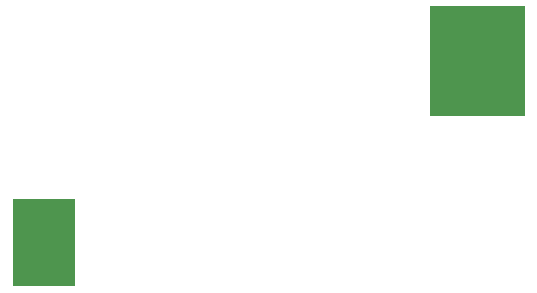
<source format=gbr>
%TF.GenerationSoftware,Altium Limited,Altium Designer,19.1.9 (167)*%
G04 Layer_Color=16711935*
%FSLAX26Y26*%
%MOIN*%
%TF.FileFunction,Other,Mechanical_5*%
%TF.Part,Single*%
G01*
G75*
G36*
X481000Y360701D02*
Y649299D01*
X689000D01*
Y360701D01*
X481000D01*
D02*
G37*
G36*
X2187000Y1292500D02*
X1873000D01*
Y927500D01*
X2187000D01*
Y1292500D01*
D02*
G37*
%TF.MD5,d7799abf420efbe4024bd6fd19093bc6*%
M02*

</source>
